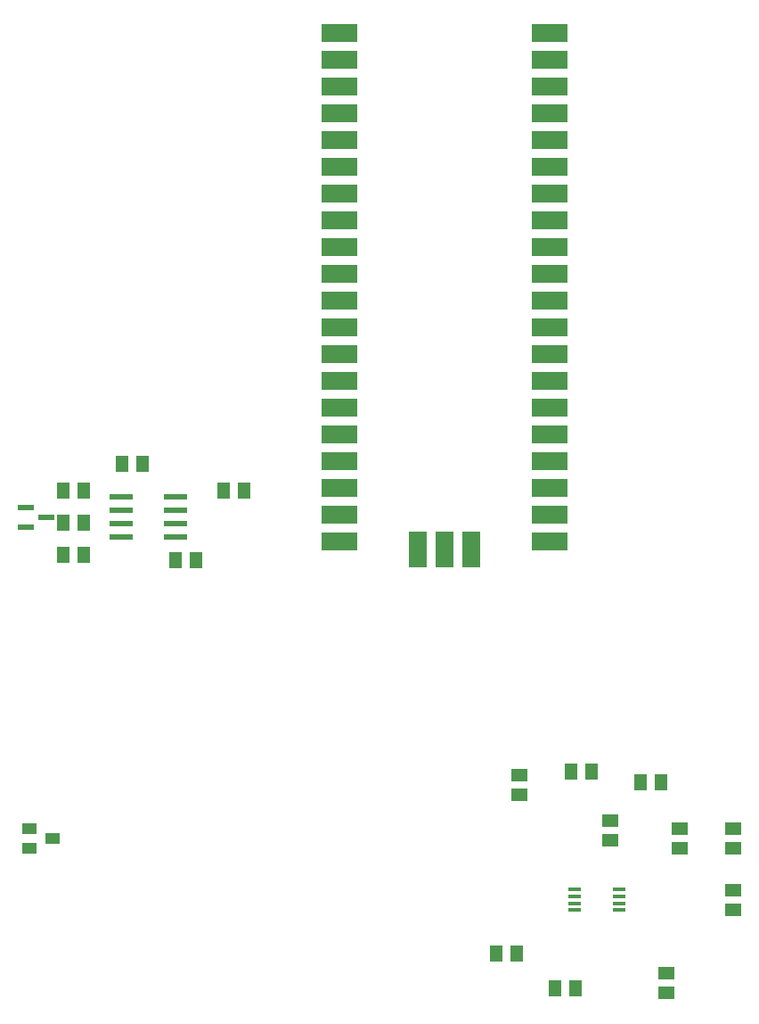
<source format=gtp>
G04 EAGLE Gerber RS-274X export*
G75*
%MOMM*%
%FSLAX34Y34*%
%LPD*%
%INSolderpaste Top*%
%IPPOS*%
%AMOC8*
5,1,8,0,0,1.08239X$1,22.5*%
G01*
%ADD10R,1.300000X1.500000*%
%ADD11R,1.500000X1.300000*%
%ADD12R,1.200000X0.300000*%
%ADD13R,3.500000X1.700000*%
%ADD14R,1.700000X3.500000*%
%ADD15R,1.400000X1.000000*%
%ADD16R,2.200000X0.600000*%
%ADD17R,1.500000X0.600000*%


D10*
X549300Y231140D03*
X568300Y231140D03*
X553060Y25400D03*
X534060Y25400D03*
D11*
X703580Y99720D03*
X703580Y118720D03*
X652780Y177140D03*
X652780Y158140D03*
X640080Y39980D03*
X640080Y20980D03*
D12*
X595160Y118980D03*
X595160Y112480D03*
X595160Y105980D03*
X595160Y99480D03*
X552910Y99480D03*
X552910Y105980D03*
X552910Y112480D03*
X552910Y118980D03*
D11*
X500380Y227940D03*
X500380Y208940D03*
X586740Y184760D03*
X586740Y165760D03*
D10*
X634340Y220980D03*
X615340Y220980D03*
D11*
X703580Y177140D03*
X703580Y158140D03*
D10*
X497180Y58420D03*
X478180Y58420D03*
D13*
X329260Y932180D03*
X329260Y906780D03*
X329260Y881380D03*
X329260Y855980D03*
X329260Y830580D03*
X329260Y805180D03*
X329260Y779780D03*
X329260Y754380D03*
X329260Y728980D03*
X329260Y703580D03*
X329260Y678180D03*
X329260Y652780D03*
X329260Y627380D03*
X329260Y601980D03*
X329260Y576580D03*
X329260Y551180D03*
X329260Y525780D03*
X329260Y500380D03*
X329260Y474980D03*
X329260Y449580D03*
X529260Y449580D03*
X529260Y474980D03*
X529260Y500380D03*
X529260Y525780D03*
X529260Y551180D03*
X529260Y576580D03*
X529260Y601980D03*
X529260Y627380D03*
X529260Y652780D03*
X529260Y678180D03*
X529260Y703580D03*
X529260Y728980D03*
X529260Y754380D03*
X529260Y779780D03*
X529260Y805180D03*
X529260Y830580D03*
X529260Y855980D03*
X529260Y881380D03*
X529260Y906780D03*
X529260Y932180D03*
D14*
X403860Y441630D03*
X429260Y441630D03*
X454660Y441630D03*
D15*
X56720Y167640D03*
X34720Y158140D03*
X34720Y177140D03*
D10*
X141580Y523240D03*
X122580Y523240D03*
X192380Y431800D03*
X173380Y431800D03*
D16*
X121320Y478790D03*
X173320Y478790D03*
X121320Y491490D03*
X121320Y466090D03*
X121320Y453390D03*
X173320Y491490D03*
X173320Y466090D03*
X173320Y453390D03*
D10*
X85700Y497840D03*
X66700Y497840D03*
X238100Y497840D03*
X219100Y497840D03*
D17*
X31140Y481940D03*
X31140Y462940D03*
X50140Y472440D03*
D10*
X66700Y436880D03*
X85700Y436880D03*
X85700Y467360D03*
X66700Y467360D03*
M02*

</source>
